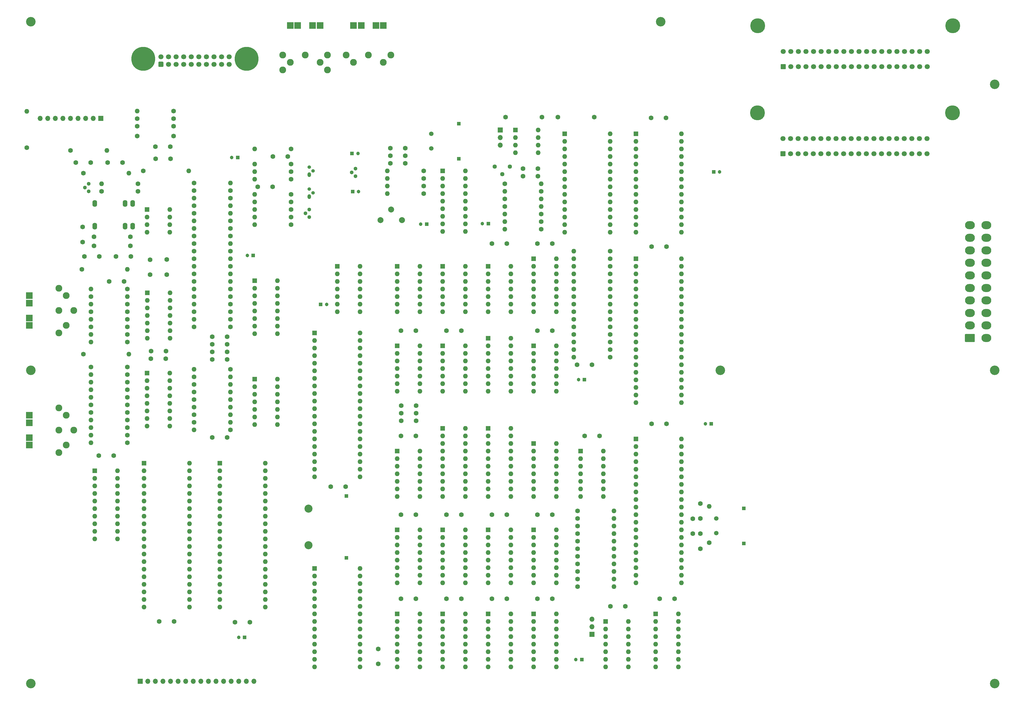
<source format=gbr>
%TF.GenerationSoftware,KiCad,Pcbnew,(5.1.5)-3*%
%TF.CreationDate,2021-01-24T13:48:15-06:00*%
%TF.ProjectId,dragon64,64726167-6f6e-4363-942e-6b696361645f,rev?*%
%TF.SameCoordinates,Original*%
%TF.FileFunction,Soldermask,Bot*%
%TF.FilePolarity,Negative*%
%FSLAX46Y46*%
G04 Gerber Fmt 4.6, Leading zero omitted, Abs format (unit mm)*
G04 Created by KiCad (PCBNEW (5.1.5)-3) date 2021-01-24 13:48:15*
%MOMM*%
%LPD*%
G04 APERTURE LIST*
%ADD10C,3.200000*%
%ADD11C,5.000000*%
%ADD12C,1.700000*%
%ADD13C,0.100000*%
%ADD14O,1.600000X1.600000*%
%ADD15C,1.600000*%
%ADD16O,1.700000X1.700000*%
%ADD17R,1.700000X1.700000*%
%ADD18O,3.300000X2.700000*%
%ADD19C,1.200000*%
%ADD20R,1.200000X1.200000*%
%ADD21C,1.440000*%
%ADD22R,1.600000X1.600000*%
%ADD23C,1.500000*%
%ADD24C,1.300000*%
%ADD25R,2.286000X2.286000*%
%ADD26C,2.286000*%
%ADD27C,2.000000*%
%ADD28C,8.000000*%
%ADD29O,1.600000X2.300000*%
%ADD30C,2.700000*%
%ADD31O,1.200000X1.200000*%
%ADD32O,1.200000X1.600000*%
G04 APERTURE END LIST*
D10*
%TO.C,H8*%
X327000000Y6000000D03*
%TD*%
%TO.C,H7*%
X235000000Y-90000000D03*
%TD*%
%TO.C,H6*%
X327000000Y-195000000D03*
%TD*%
%TO.C,H5*%
X4000000Y27000000D03*
%TD*%
%TO.C,H4*%
X327000000Y-90000000D03*
%TD*%
%TO.C,H3*%
X215000000Y27000000D03*
%TD*%
%TO.C,H2*%
X4000000Y-195000000D03*
%TD*%
%TO.C,H1*%
X4000000Y-90000000D03*
%TD*%
D11*
%TO.C,PL9*%
X312932500Y25616000D03*
X247527500Y25616000D03*
D12*
X304360000Y16980000D03*
X301820000Y16980000D03*
X299280000Y16980000D03*
X296740000Y16980000D03*
X294200000Y16980000D03*
X291660000Y16980000D03*
X289120000Y16980000D03*
X286580000Y16980000D03*
X284040000Y16980000D03*
X281500000Y16980000D03*
X278960000Y16980000D03*
X276420000Y16980000D03*
X273880000Y16980000D03*
X271340000Y16980000D03*
X268800000Y16980000D03*
X266260000Y16980000D03*
X263720000Y16980000D03*
X261180000Y16980000D03*
X258640000Y16980000D03*
X256100000Y16980000D03*
X304360000Y11900000D03*
X301820000Y11900000D03*
X299280000Y11900000D03*
X296740000Y11900000D03*
X294200000Y11900000D03*
X291660000Y11900000D03*
X289120000Y11900000D03*
X286580000Y11900000D03*
X284040000Y11900000D03*
X281500000Y11900000D03*
X278960000Y11900000D03*
X276420000Y11900000D03*
X273880000Y11900000D03*
X271340000Y11900000D03*
X268800000Y11900000D03*
X266260000Y11900000D03*
X263720000Y11900000D03*
X261180000Y11900000D03*
X258640000Y11900000D03*
D13*
G36*
X256724504Y12748796D02*
G01*
X256748773Y12745196D01*
X256772571Y12739235D01*
X256795671Y12730970D01*
X256817849Y12720480D01*
X256838893Y12707867D01*
X256858598Y12693253D01*
X256876777Y12676777D01*
X256893253Y12658598D01*
X256907867Y12638893D01*
X256920480Y12617849D01*
X256930970Y12595671D01*
X256939235Y12572571D01*
X256945196Y12548773D01*
X256948796Y12524504D01*
X256950000Y12500000D01*
X256950000Y11300000D01*
X256948796Y11275496D01*
X256945196Y11251227D01*
X256939235Y11227429D01*
X256930970Y11204329D01*
X256920480Y11182151D01*
X256907867Y11161107D01*
X256893253Y11141402D01*
X256876777Y11123223D01*
X256858598Y11106747D01*
X256838893Y11092133D01*
X256817849Y11079520D01*
X256795671Y11069030D01*
X256772571Y11060765D01*
X256748773Y11054804D01*
X256724504Y11051204D01*
X256700000Y11050000D01*
X255500000Y11050000D01*
X255475496Y11051204D01*
X255451227Y11054804D01*
X255427429Y11060765D01*
X255404329Y11069030D01*
X255382151Y11079520D01*
X255361107Y11092133D01*
X255341402Y11106747D01*
X255323223Y11123223D01*
X255306747Y11141402D01*
X255292133Y11161107D01*
X255279520Y11182151D01*
X255269030Y11204329D01*
X255260765Y11227429D01*
X255254804Y11251227D01*
X255251204Y11275496D01*
X255250000Y11300000D01*
X255250000Y12500000D01*
X255251204Y12524504D01*
X255254804Y12548773D01*
X255260765Y12572571D01*
X255269030Y12595671D01*
X255279520Y12617849D01*
X255292133Y12638893D01*
X255306747Y12658598D01*
X255323223Y12676777D01*
X255341402Y12693253D01*
X255361107Y12707867D01*
X255382151Y12720480D01*
X255404329Y12730970D01*
X255427429Y12739235D01*
X255451227Y12745196D01*
X255475496Y12748796D01*
X255500000Y12750000D01*
X256700000Y12750000D01*
X256724504Y12748796D01*
G37*
%TD*%
D14*
%TO.C,R85*%
X2600000Y-3100000D03*
D15*
X2600000Y-15292000D03*
%TD*%
D16*
%TO.C,PL6*%
X7080000Y-5500000D03*
X9620000Y-5500000D03*
X12160000Y-5500000D03*
X14700000Y-5500000D03*
X17240000Y-5500000D03*
X19780000Y-5500000D03*
X22320000Y-5500000D03*
X24860000Y-5500000D03*
D17*
X27400000Y-5500000D03*
%TD*%
D18*
%TO.C,J1*%
X324140000Y-41320000D03*
X324140000Y-45520000D03*
X324140000Y-49720000D03*
X324140000Y-53920000D03*
X324140000Y-58120000D03*
X324140000Y-62320000D03*
X324140000Y-66520000D03*
X324140000Y-70720000D03*
X324140000Y-74920000D03*
X324140000Y-79120000D03*
X318640000Y-41320000D03*
X318640000Y-45520000D03*
X318640000Y-49720000D03*
X318640000Y-53920000D03*
X318640000Y-58120000D03*
X318640000Y-62320000D03*
X318640000Y-66520000D03*
X318640000Y-70720000D03*
X318640000Y-74920000D03*
D13*
G36*
X320064503Y-77771204D02*
G01*
X320088772Y-77774804D01*
X320112570Y-77780765D01*
X320135670Y-77789030D01*
X320157849Y-77799520D01*
X320178892Y-77812133D01*
X320198598Y-77826748D01*
X320216776Y-77843224D01*
X320233252Y-77861402D01*
X320247867Y-77881108D01*
X320260480Y-77902151D01*
X320270970Y-77924330D01*
X320279235Y-77947430D01*
X320285196Y-77971228D01*
X320288796Y-77995497D01*
X320290000Y-78020001D01*
X320290000Y-80219999D01*
X320288796Y-80244503D01*
X320285196Y-80268772D01*
X320279235Y-80292570D01*
X320270970Y-80315670D01*
X320260480Y-80337849D01*
X320247867Y-80358892D01*
X320233252Y-80378598D01*
X320216776Y-80396776D01*
X320198598Y-80413252D01*
X320178892Y-80427867D01*
X320157849Y-80440480D01*
X320135670Y-80450970D01*
X320112570Y-80459235D01*
X320088772Y-80465196D01*
X320064503Y-80468796D01*
X320039999Y-80470000D01*
X317240001Y-80470000D01*
X317215497Y-80468796D01*
X317191228Y-80465196D01*
X317167430Y-80459235D01*
X317144330Y-80450970D01*
X317122151Y-80440480D01*
X317101108Y-80427867D01*
X317081402Y-80413252D01*
X317063224Y-80396776D01*
X317046748Y-80378598D01*
X317032133Y-80358892D01*
X317019520Y-80337849D01*
X317009030Y-80315670D01*
X317000765Y-80292570D01*
X316994804Y-80268772D01*
X316991204Y-80244503D01*
X316990000Y-80219999D01*
X316990000Y-78020001D01*
X316991204Y-77995497D01*
X316994804Y-77971228D01*
X317000765Y-77947430D01*
X317009030Y-77924330D01*
X317019520Y-77902151D01*
X317032133Y-77881108D01*
X317046748Y-77861402D01*
X317063224Y-77843224D01*
X317081402Y-77826748D01*
X317101108Y-77812133D01*
X317122151Y-77799520D01*
X317144330Y-77789030D01*
X317167430Y-77780765D01*
X317191228Y-77774804D01*
X317215497Y-77771204D01*
X317240001Y-77770000D01*
X320039999Y-77770000D01*
X320064503Y-77771204D01*
G37*
%TD*%
D19*
%TO.C,C33*%
X134600000Y-40900000D03*
D20*
X136600000Y-40900000D03*
%TD*%
D19*
%TO.C,C64*%
X230000000Y-107900000D03*
D20*
X232000000Y-107900000D03*
%TD*%
D19*
%TO.C,C63*%
X234800000Y-23400000D03*
D20*
X232800000Y-23400000D03*
%TD*%
D19*
%TO.C,C58*%
X186600000Y-187000000D03*
D20*
X188600000Y-187000000D03*
%TD*%
D19*
%TO.C,C55*%
X187500000Y-93100000D03*
D20*
X189500000Y-93100000D03*
%TD*%
D19*
%TO.C,C44*%
X155300000Y-40800000D03*
D20*
X157300000Y-40800000D03*
%TD*%
D19*
%TO.C,C26*%
X103100000Y-67900000D03*
D20*
X101100000Y-67900000D03*
%TD*%
D19*
%TO.C,C25*%
X113800000Y-30000000D03*
D20*
X111800000Y-30000000D03*
%TD*%
D19*
%TO.C,C24*%
X113600000Y-17200000D03*
D20*
X111600000Y-17200000D03*
%TD*%
D19*
%TO.C,C23*%
X76500000Y-51400000D03*
D20*
X78500000Y-51400000D03*
%TD*%
D19*
%TO.C,C20*%
X71300000Y-18600000D03*
D20*
X73300000Y-18600000D03*
%TD*%
D19*
%TO.C,C19*%
X73600000Y-179500000D03*
D20*
X75600000Y-179500000D03*
%TD*%
D21*
%TO.C,VR1*%
X164500000Y-21600000D03*
X161960000Y-24140000D03*
X159420000Y-21600000D03*
%TD*%
D14*
%TO.C,IC3*%
X50620000Y-64000000D03*
X43000000Y-79240000D03*
X50620000Y-66540000D03*
X43000000Y-76700000D03*
X50620000Y-69080000D03*
X43000000Y-74160000D03*
X50620000Y-71620000D03*
X43000000Y-71620000D03*
X50620000Y-74160000D03*
X43000000Y-69080000D03*
X50620000Y-76700000D03*
X43000000Y-66540000D03*
X50620000Y-79240000D03*
D22*
X43000000Y-64000000D03*
%TD*%
D14*
%TO.C,IC29*%
X180086000Y-52578000D03*
X172466000Y-70358000D03*
X180086000Y-55118000D03*
X172466000Y-67818000D03*
X180086000Y-57658000D03*
X172466000Y-65278000D03*
X180086000Y-60198000D03*
X172466000Y-62738000D03*
X180086000Y-62738000D03*
X172466000Y-60198000D03*
X180086000Y-65278000D03*
X172466000Y-57658000D03*
X180086000Y-67818000D03*
X172466000Y-55118000D03*
X180086000Y-70358000D03*
D22*
X172466000Y-52578000D03*
%TD*%
D14*
%TO.C,IC9*%
X114300000Y-55118000D03*
X106680000Y-70358000D03*
X114300000Y-57658000D03*
X106680000Y-67818000D03*
X114300000Y-60198000D03*
X106680000Y-65278000D03*
X114300000Y-62738000D03*
X106680000Y-62738000D03*
X114300000Y-65278000D03*
X106680000Y-60198000D03*
X114300000Y-67818000D03*
X106680000Y-57658000D03*
X114300000Y-70358000D03*
D22*
X106680000Y-55118000D03*
%TD*%
D11*
%TO.C,PL7*%
X312832500Y-3584000D03*
X247427500Y-3584000D03*
D12*
X304260000Y-12220000D03*
X301720000Y-12220000D03*
X299180000Y-12220000D03*
X296640000Y-12220000D03*
X294100000Y-12220000D03*
X291560000Y-12220000D03*
X289020000Y-12220000D03*
X286480000Y-12220000D03*
X283940000Y-12220000D03*
X281400000Y-12220000D03*
X278860000Y-12220000D03*
X276320000Y-12220000D03*
X273780000Y-12220000D03*
X271240000Y-12220000D03*
X268700000Y-12220000D03*
X266160000Y-12220000D03*
X263620000Y-12220000D03*
X261080000Y-12220000D03*
X258540000Y-12220000D03*
X256000000Y-12220000D03*
X304260000Y-17300000D03*
X301720000Y-17300000D03*
X299180000Y-17300000D03*
X296640000Y-17300000D03*
X294100000Y-17300000D03*
X291560000Y-17300000D03*
X289020000Y-17300000D03*
X286480000Y-17300000D03*
X283940000Y-17300000D03*
X281400000Y-17300000D03*
X278860000Y-17300000D03*
X276320000Y-17300000D03*
X273780000Y-17300000D03*
X271240000Y-17300000D03*
X268700000Y-17300000D03*
X266160000Y-17300000D03*
X263620000Y-17300000D03*
X261080000Y-17300000D03*
X258540000Y-17300000D03*
D13*
G36*
X256624504Y-16451204D02*
G01*
X256648773Y-16454804D01*
X256672571Y-16460765D01*
X256695671Y-16469030D01*
X256717849Y-16479520D01*
X256738893Y-16492133D01*
X256758598Y-16506747D01*
X256776777Y-16523223D01*
X256793253Y-16541402D01*
X256807867Y-16561107D01*
X256820480Y-16582151D01*
X256830970Y-16604329D01*
X256839235Y-16627429D01*
X256845196Y-16651227D01*
X256848796Y-16675496D01*
X256850000Y-16700000D01*
X256850000Y-17900000D01*
X256848796Y-17924504D01*
X256845196Y-17948773D01*
X256839235Y-17972571D01*
X256830970Y-17995671D01*
X256820480Y-18017849D01*
X256807867Y-18038893D01*
X256793253Y-18058598D01*
X256776777Y-18076777D01*
X256758598Y-18093253D01*
X256738893Y-18107867D01*
X256717849Y-18120480D01*
X256695671Y-18130970D01*
X256672571Y-18139235D01*
X256648773Y-18145196D01*
X256624504Y-18148796D01*
X256600000Y-18150000D01*
X255400000Y-18150000D01*
X255375496Y-18148796D01*
X255351227Y-18145196D01*
X255327429Y-18139235D01*
X255304329Y-18130970D01*
X255282151Y-18120480D01*
X255261107Y-18107867D01*
X255241402Y-18093253D01*
X255223223Y-18076777D01*
X255206747Y-18058598D01*
X255192133Y-18038893D01*
X255179520Y-18017849D01*
X255169030Y-17995671D01*
X255160765Y-17972571D01*
X255154804Y-17948773D01*
X255151204Y-17924504D01*
X255150000Y-17900000D01*
X255150000Y-16700000D01*
X255151204Y-16675496D01*
X255154804Y-16651227D01*
X255160765Y-16627429D01*
X255169030Y-16604329D01*
X255179520Y-16582151D01*
X255192133Y-16561107D01*
X255206747Y-16541402D01*
X255223223Y-16523223D01*
X255241402Y-16506747D01*
X255261107Y-16492133D01*
X255282151Y-16479520D01*
X255304329Y-16469030D01*
X255327429Y-16460765D01*
X255351227Y-16454804D01*
X255375496Y-16451204D01*
X255400000Y-16450000D01*
X256600000Y-16450000D01*
X256624504Y-16451204D01*
G37*
%TD*%
D14*
%TO.C,IC39*%
X221996000Y-113030000D03*
X206756000Y-161290000D03*
X221996000Y-115570000D03*
X206756000Y-158750000D03*
X221996000Y-118110000D03*
X206756000Y-156210000D03*
X221996000Y-120650000D03*
X206756000Y-153670000D03*
X221996000Y-123190000D03*
X206756000Y-151130000D03*
X221996000Y-125730000D03*
X206756000Y-148590000D03*
X221996000Y-128270000D03*
X206756000Y-146050000D03*
X221996000Y-130810000D03*
X206756000Y-143510000D03*
X221996000Y-133350000D03*
X206756000Y-140970000D03*
X221996000Y-135890000D03*
X206756000Y-138430000D03*
X221996000Y-138430000D03*
X206756000Y-135890000D03*
X221996000Y-140970000D03*
X206756000Y-133350000D03*
X221996000Y-143510000D03*
X206756000Y-130810000D03*
X221996000Y-146050000D03*
X206756000Y-128270000D03*
X221996000Y-148590000D03*
X206756000Y-125730000D03*
X221996000Y-151130000D03*
X206756000Y-123190000D03*
X221996000Y-153670000D03*
X206756000Y-120650000D03*
X221996000Y-156210000D03*
X206756000Y-118110000D03*
X221996000Y-158750000D03*
X206756000Y-115570000D03*
X221996000Y-161290000D03*
D22*
X206756000Y-113030000D03*
%TD*%
D14*
%TO.C,R84*%
X231267000Y-135636000D03*
D15*
X231267000Y-147828000D03*
%TD*%
D14*
%TO.C,IC37*%
X221996000Y-10668000D03*
X206756000Y-43688000D03*
X221996000Y-13208000D03*
X206756000Y-41148000D03*
X221996000Y-15748000D03*
X206756000Y-38608000D03*
X221996000Y-18288000D03*
X206756000Y-36068000D03*
X221996000Y-20828000D03*
X206756000Y-33528000D03*
X221996000Y-23368000D03*
X206756000Y-30988000D03*
X221996000Y-25908000D03*
X206756000Y-28448000D03*
X221996000Y-28448000D03*
X206756000Y-25908000D03*
X221996000Y-30988000D03*
X206756000Y-23368000D03*
X221996000Y-33528000D03*
X206756000Y-20828000D03*
X221996000Y-36068000D03*
X206756000Y-18288000D03*
X221996000Y-38608000D03*
X206756000Y-15748000D03*
X221996000Y-41148000D03*
X206756000Y-13208000D03*
X221996000Y-43688000D03*
D22*
X206756000Y-10668000D03*
%TD*%
D14*
%TO.C,IC38*%
X221996000Y-52578000D03*
X206756000Y-100838000D03*
X221996000Y-55118000D03*
X206756000Y-98298000D03*
X221996000Y-57658000D03*
X206756000Y-95758000D03*
X221996000Y-60198000D03*
X206756000Y-93218000D03*
X221996000Y-62738000D03*
X206756000Y-90678000D03*
X221996000Y-65278000D03*
X206756000Y-88138000D03*
X221996000Y-67818000D03*
X206756000Y-85598000D03*
X221996000Y-70358000D03*
X206756000Y-83058000D03*
X221996000Y-72898000D03*
X206756000Y-80518000D03*
X221996000Y-75438000D03*
X206756000Y-77978000D03*
X221996000Y-77978000D03*
X206756000Y-75438000D03*
X221996000Y-80518000D03*
X206756000Y-72898000D03*
X221996000Y-83058000D03*
X206756000Y-70358000D03*
X221996000Y-85598000D03*
X206756000Y-67818000D03*
X221996000Y-88138000D03*
X206756000Y-65278000D03*
X221996000Y-90678000D03*
X206756000Y-62738000D03*
X221996000Y-93218000D03*
X206756000Y-60198000D03*
X221996000Y-95758000D03*
X206756000Y-57658000D03*
X221996000Y-98298000D03*
X206756000Y-55118000D03*
X221996000Y-100838000D03*
D22*
X206756000Y-52578000D03*
%TD*%
D14*
%TO.C,IC34*%
X198120000Y-10668000D03*
X182880000Y-43688000D03*
X198120000Y-13208000D03*
X182880000Y-41148000D03*
X198120000Y-15748000D03*
X182880000Y-38608000D03*
X198120000Y-18288000D03*
X182880000Y-36068000D03*
X198120000Y-20828000D03*
X182880000Y-33528000D03*
X198120000Y-23368000D03*
X182880000Y-30988000D03*
X198120000Y-25908000D03*
X182880000Y-28448000D03*
X198120000Y-28448000D03*
X182880000Y-25908000D03*
X198120000Y-30988000D03*
X182880000Y-23368000D03*
X198120000Y-33528000D03*
X182880000Y-20828000D03*
X198120000Y-36068000D03*
X182880000Y-18288000D03*
X198120000Y-38608000D03*
X182880000Y-15748000D03*
X198120000Y-41148000D03*
X182880000Y-13208000D03*
X198120000Y-43688000D03*
D22*
X182880000Y-10668000D03*
%TD*%
D15*
%TO.C,C59*%
X216836000Y-5334000D03*
X211836000Y-5334000D03*
%TD*%
D23*
%TO.C,XL3*%
X233680000Y-144600000D03*
X233680000Y-139700000D03*
D20*
X242930000Y-148050000D03*
X242930000Y-136250000D03*
%TD*%
D24*
%TO.C,REG1*%
X112776000Y-24892000D03*
X112776000Y-22352000D03*
X111506000Y-23622000D03*
%TD*%
D25*
%TO.C,PL8*%
X98390000Y25710000D03*
X93390000Y25710000D03*
D26*
X103390000Y10810000D03*
X88390000Y10810000D03*
X95890000Y15810000D03*
X88390000Y15810000D03*
X103390000Y15810000D03*
X90890000Y13310000D03*
X100890000Y13310000D03*
D25*
X90890000Y25710000D03*
X100890000Y25710000D03*
%TD*%
D23*
%TO.C,XL2*%
X138176000Y-15568000D03*
X138176000Y-10668000D03*
D20*
X147426000Y-19018000D03*
X147426000Y-7218000D03*
%TD*%
D14*
%TO.C,IC26*%
X164846000Y-143510000D03*
X157226000Y-161290000D03*
X164846000Y-146050000D03*
X157226000Y-158750000D03*
X164846000Y-148590000D03*
X157226000Y-156210000D03*
X164846000Y-151130000D03*
X157226000Y-153670000D03*
X164846000Y-153670000D03*
X157226000Y-151130000D03*
X164846000Y-156210000D03*
X157226000Y-148590000D03*
X164846000Y-158750000D03*
X157226000Y-146050000D03*
X164846000Y-161290000D03*
D22*
X157226000Y-143510000D03*
%TD*%
D15*
%TO.C,C38*%
X128016000Y-112014000D03*
X133016000Y-112014000D03*
%TD*%
D27*
%TO.C,C32*%
X128306100Y-39624000D03*
X124714000Y-36031900D03*
X121121900Y-39624000D03*
%TD*%
D13*
%TO.C,PL2*%
G36*
X48159504Y13542796D02*
G01*
X48183773Y13539196D01*
X48207571Y13533235D01*
X48230671Y13524970D01*
X48252849Y13514480D01*
X48273893Y13501867D01*
X48293598Y13487253D01*
X48311777Y13470777D01*
X48328253Y13452598D01*
X48342867Y13432893D01*
X48355480Y13411849D01*
X48365970Y13389671D01*
X48374235Y13366571D01*
X48380196Y13342773D01*
X48383796Y13318504D01*
X48385000Y13294000D01*
X48385000Y12094000D01*
X48383796Y12069496D01*
X48380196Y12045227D01*
X48374235Y12021429D01*
X48365970Y11998329D01*
X48355480Y11976151D01*
X48342867Y11955107D01*
X48328253Y11935402D01*
X48311777Y11917223D01*
X48293598Y11900747D01*
X48273893Y11886133D01*
X48252849Y11873520D01*
X48230671Y11863030D01*
X48207571Y11854765D01*
X48183773Y11848804D01*
X48159504Y11845204D01*
X48135000Y11844000D01*
X46935000Y11844000D01*
X46910496Y11845204D01*
X46886227Y11848804D01*
X46862429Y11854765D01*
X46839329Y11863030D01*
X46817151Y11873520D01*
X46796107Y11886133D01*
X46776402Y11900747D01*
X46758223Y11917223D01*
X46741747Y11935402D01*
X46727133Y11955107D01*
X46714520Y11976151D01*
X46704030Y11998329D01*
X46695765Y12021429D01*
X46689804Y12045227D01*
X46686204Y12069496D01*
X46685000Y12094000D01*
X46685000Y13294000D01*
X46686204Y13318504D01*
X46689804Y13342773D01*
X46695765Y13366571D01*
X46704030Y13389671D01*
X46714520Y13411849D01*
X46727133Y13432893D01*
X46741747Y13452598D01*
X46758223Y13470777D01*
X46776402Y13487253D01*
X46796107Y13501867D01*
X46817151Y13514480D01*
X46839329Y13524970D01*
X46862429Y13533235D01*
X46886227Y13539196D01*
X46910496Y13542796D01*
X46935000Y13544000D01*
X48135000Y13544000D01*
X48159504Y13542796D01*
G37*
D12*
X50075000Y12694000D03*
X52615000Y12694000D03*
X55155000Y12694000D03*
X57695000Y12694000D03*
X60235000Y12694000D03*
X62775000Y12694000D03*
X65315000Y12694000D03*
X67855000Y12694000D03*
X70395000Y12694000D03*
X47535000Y15234000D03*
X50075000Y15234000D03*
X52615000Y15234000D03*
X55155000Y15234000D03*
X57695000Y15234000D03*
X60235000Y15234000D03*
X62775000Y15234000D03*
X65315000Y15234000D03*
X67855000Y15234000D03*
X70395000Y15234000D03*
D28*
X41630000Y14494000D03*
X76300000Y14494000D03*
%TD*%
D14*
%TO.C,L4*%
X36830000Y-84582000D03*
D15*
X21590000Y-84582000D03*
%TD*%
D14*
%TO.C,L3*%
X56896000Y-23114000D03*
D15*
X41656000Y-23114000D03*
%TD*%
D14*
%TO.C,L2*%
X36322000Y-56134000D03*
D15*
X21082000Y-56134000D03*
%TD*%
D14*
%TO.C,L1*%
X36830000Y-23876000D03*
D15*
X21590000Y-23876000D03*
%TD*%
D24*
%TO.C,TR4*%
X97282000Y-38608000D03*
X97282000Y-36068000D03*
X96012000Y-37338000D03*
%TD*%
D29*
%TO.C,RLA1*%
X38100000Y-41656000D03*
X38100000Y-34036000D03*
X35560000Y-41656000D03*
X25400000Y-41656000D03*
X35560000Y-34036000D03*
X25400000Y-34036000D03*
%TD*%
D15*
%TO.C,C69*%
X49276000Y-83566000D03*
X44276000Y-83566000D03*
%TD*%
%TO.C,C68*%
X50800000Y-19050000D03*
X45800000Y-19050000D03*
%TD*%
D25*
%TO.C,PL4*%
X119590000Y25710000D03*
X114690000Y25710000D03*
D26*
X112090000Y13310000D03*
X109590000Y15810000D03*
X124590000Y15810000D03*
D25*
X112090000Y25710000D03*
D26*
X117090000Y15810000D03*
D25*
X122090000Y25710000D03*
D26*
X122090000Y13310000D03*
%TD*%
D25*
%TO.C,PL3*%
X3446000Y-107558000D03*
X3446000Y-112558000D03*
D26*
X15846000Y-115058000D03*
X13346000Y-117558000D03*
X13346000Y-102558000D03*
X18346000Y-110058000D03*
D25*
X3446000Y-115058000D03*
D26*
X13346000Y-110058000D03*
D25*
X3446000Y-105058000D03*
D26*
X15846000Y-105058000D03*
%TD*%
D25*
%TO.C,PL5*%
X3446000Y-67426000D03*
X3446000Y-72426000D03*
D26*
X15846000Y-74926000D03*
X13346000Y-77426000D03*
X13346000Y-62426000D03*
X18346000Y-69926000D03*
D25*
X3446000Y-74926000D03*
D26*
X13346000Y-69926000D03*
D25*
X3446000Y-64926000D03*
D26*
X15846000Y-64926000D03*
%TD*%
D14*
%TO.C,R83*%
X199390000Y-162560000D03*
D15*
X187198000Y-162560000D03*
%TD*%
D14*
%TO.C,R82*%
X199390000Y-160020000D03*
D15*
X187198000Y-160020000D03*
%TD*%
D14*
%TO.C,R81*%
X199390000Y-157480000D03*
D15*
X187198000Y-157480000D03*
%TD*%
D14*
%TO.C,R80*%
X199390000Y-154940000D03*
D15*
X187198000Y-154940000D03*
%TD*%
D14*
%TO.C,R79*%
X199390000Y-152400000D03*
D15*
X187198000Y-152400000D03*
%TD*%
D14*
%TO.C,R78*%
X199390000Y-149860000D03*
D15*
X187198000Y-149860000D03*
%TD*%
D14*
%TO.C,R77*%
X199390000Y-147320000D03*
D15*
X187198000Y-147320000D03*
%TD*%
D14*
%TO.C,R76*%
X199390000Y-144780000D03*
D15*
X187198000Y-144780000D03*
%TD*%
D14*
%TO.C,R75*%
X199390000Y-142240000D03*
D15*
X187198000Y-142240000D03*
%TD*%
D14*
%TO.C,R74*%
X199390000Y-139700000D03*
D15*
X187198000Y-139700000D03*
%TD*%
D14*
%TO.C,R73*%
X199390000Y-137160000D03*
D15*
X187198000Y-137160000D03*
%TD*%
D14*
%TO.C,R72*%
X185928000Y-85598000D03*
D15*
X198120000Y-85598000D03*
%TD*%
D14*
%TO.C,R71*%
X185928000Y-83058000D03*
D15*
X198120000Y-83058000D03*
%TD*%
D14*
%TO.C,R70*%
X185928000Y-80518000D03*
D15*
X198120000Y-80518000D03*
%TD*%
D14*
%TO.C,R69*%
X198120000Y-72898000D03*
D15*
X185928000Y-72898000D03*
%TD*%
D14*
%TO.C,R68*%
X198120000Y-70358000D03*
D15*
X185928000Y-70358000D03*
%TD*%
D14*
%TO.C,R67*%
X198120000Y-67818000D03*
D15*
X185928000Y-67818000D03*
%TD*%
D14*
%TO.C,R66*%
X198120000Y-65278000D03*
D15*
X185928000Y-65278000D03*
%TD*%
D14*
%TO.C,R65*%
X185928000Y-60198000D03*
D15*
X198120000Y-60198000D03*
%TD*%
D14*
%TO.C,R64*%
X185928000Y-57658000D03*
D15*
X198120000Y-57658000D03*
%TD*%
D14*
%TO.C,R63*%
X185928000Y-55118000D03*
D15*
X198120000Y-55118000D03*
%TD*%
D14*
%TO.C,R62*%
X185928000Y-52578000D03*
D15*
X198120000Y-52578000D03*
%TD*%
%TO.C,R61*%
X198120000Y-50038000D03*
D14*
X185928000Y-50038000D03*
%TD*%
%TO.C,R60*%
X162814000Y-42672000D03*
D15*
X175006000Y-42672000D03*
%TD*%
D14*
%TO.C,R59*%
X162814000Y-40132000D03*
D15*
X175006000Y-40132000D03*
%TD*%
D14*
%TO.C,R58*%
X162814000Y-37592000D03*
D15*
X175006000Y-37592000D03*
%TD*%
D14*
%TO.C,R57*%
X175006000Y-35052000D03*
D15*
X162814000Y-35052000D03*
%TD*%
D14*
%TO.C,R56*%
X175006000Y-32512000D03*
D15*
X162814000Y-32512000D03*
%TD*%
D14*
%TO.C,R55*%
X162814000Y-29972000D03*
D15*
X175006000Y-29972000D03*
%TD*%
D14*
%TO.C,R54*%
X175006000Y-27432000D03*
D15*
X162814000Y-27432000D03*
%TD*%
D14*
%TO.C,R53*%
X123444000Y-30734000D03*
D15*
X135636000Y-30734000D03*
%TD*%
D14*
%TO.C,R52*%
X123444000Y-28194000D03*
D15*
X135636000Y-28194000D03*
%TD*%
D14*
%TO.C,R51*%
X123444000Y-25654000D03*
D15*
X135636000Y-25654000D03*
%TD*%
D14*
%TO.C,R50*%
X123444000Y-23114000D03*
D15*
X135636000Y-23114000D03*
%TD*%
D14*
%TO.C,R49*%
X78994000Y-41148000D03*
D15*
X91186000Y-41148000D03*
%TD*%
D14*
%TO.C,R48*%
X78994000Y-38608000D03*
D15*
X91186000Y-38608000D03*
%TD*%
D14*
%TO.C,R47*%
X78994000Y-36068000D03*
D15*
X91186000Y-36068000D03*
%TD*%
D14*
%TO.C,R46*%
X78994000Y-33528000D03*
D15*
X91186000Y-33528000D03*
%TD*%
D14*
%TO.C,R45*%
X78994000Y-30988000D03*
D15*
X91186000Y-30988000D03*
%TD*%
D14*
%TO.C,R44*%
X78994000Y-25908000D03*
D15*
X91186000Y-25908000D03*
%TD*%
D14*
%TO.C,R43*%
X78994000Y-23368000D03*
D15*
X91186000Y-23368000D03*
%TD*%
D14*
%TO.C,R42*%
X78994000Y-20828000D03*
D15*
X91186000Y-20828000D03*
%TD*%
D14*
%TO.C,R41*%
X78994000Y-15748000D03*
D15*
X91186000Y-15748000D03*
%TD*%
D14*
%TO.C,R40*%
X58674000Y-109982000D03*
D15*
X70866000Y-109982000D03*
%TD*%
D14*
%TO.C,R39*%
X70866000Y-107442000D03*
D15*
X58674000Y-107442000D03*
%TD*%
D14*
%TO.C,R38*%
X70866000Y-104902000D03*
D15*
X58674000Y-104902000D03*
%TD*%
D14*
%TO.C,R37*%
X70866000Y-102362000D03*
D15*
X58674000Y-102362000D03*
%TD*%
D14*
%TO.C,R36*%
X70866000Y-99822000D03*
D15*
X58674000Y-99822000D03*
%TD*%
D14*
%TO.C,R35*%
X70866000Y-97282000D03*
D15*
X58674000Y-97282000D03*
%TD*%
D14*
%TO.C,R34*%
X70866000Y-94742000D03*
D15*
X58674000Y-94742000D03*
%TD*%
D14*
%TO.C,R33*%
X70866000Y-92202000D03*
D15*
X58674000Y-92202000D03*
%TD*%
D14*
%TO.C,R32*%
X58674000Y-89662000D03*
D15*
X70866000Y-89662000D03*
%TD*%
D14*
%TO.C,R31*%
X58674000Y-72898000D03*
D15*
X70866000Y-72898000D03*
%TD*%
D14*
%TO.C,R30*%
X58674000Y-67818000D03*
D15*
X70866000Y-67818000D03*
%TD*%
D14*
%TO.C,R29*%
X58674000Y-62738000D03*
D15*
X70866000Y-62738000D03*
%TD*%
D14*
%TO.C,R28*%
X70866000Y-60198000D03*
D15*
X58674000Y-60198000D03*
%TD*%
D14*
%TO.C,R27*%
X70866000Y-57658000D03*
D15*
X58674000Y-57658000D03*
%TD*%
D14*
%TO.C,R26*%
X58674000Y-55118000D03*
D15*
X70866000Y-55118000D03*
%TD*%
D14*
%TO.C,R25*%
X70866000Y-52578000D03*
D15*
X58674000Y-52578000D03*
%TD*%
D14*
%TO.C,R24*%
X70866000Y-47498000D03*
D15*
X58674000Y-47498000D03*
%TD*%
D14*
%TO.C,R23*%
X58674000Y-42418000D03*
D15*
X70866000Y-42418000D03*
%TD*%
D14*
%TO.C,R22*%
X58674000Y-39878000D03*
D15*
X70866000Y-39878000D03*
%TD*%
D14*
%TO.C,R21*%
X70866000Y-37338000D03*
D15*
X58674000Y-37338000D03*
%TD*%
D14*
%TO.C,R20*%
X70866000Y-34798000D03*
D15*
X58674000Y-34798000D03*
%TD*%
D14*
%TO.C,R19*%
X58674000Y-32258000D03*
D15*
X70866000Y-32258000D03*
%TD*%
D14*
%TO.C,R18*%
X70866000Y-27178000D03*
D15*
X58674000Y-27178000D03*
%TD*%
D14*
%TO.C,R17*%
X39624000Y-3048000D03*
D15*
X51816000Y-3048000D03*
%TD*%
D14*
%TO.C,R16*%
X24130000Y-114300000D03*
D15*
X36322000Y-114300000D03*
%TD*%
D14*
%TO.C,R15*%
X24130000Y-111760000D03*
D15*
X36322000Y-111760000D03*
%TD*%
D14*
%TO.C,R14*%
X24130000Y-109220000D03*
D15*
X36322000Y-109220000D03*
%TD*%
D14*
%TO.C,R13*%
X24130000Y-106680000D03*
D15*
X36322000Y-106680000D03*
%TD*%
D14*
%TO.C,R12*%
X24130000Y-99060000D03*
D15*
X36322000Y-99060000D03*
%TD*%
D14*
%TO.C,R11*%
X24130000Y-96520000D03*
D15*
X36322000Y-96520000D03*
%TD*%
D14*
%TO.C,R10*%
X24130000Y-93980000D03*
D15*
X36322000Y-93980000D03*
%TD*%
D14*
%TO.C,R9*%
X24130000Y-91440000D03*
D15*
X36322000Y-91440000D03*
%TD*%
D14*
%TO.C,R8*%
X24130000Y-80518000D03*
D15*
X36322000Y-80518000D03*
%TD*%
D14*
%TO.C,R7*%
X24130000Y-77978000D03*
D15*
X36322000Y-77978000D03*
%TD*%
D14*
%TO.C,R6*%
X24130000Y-72898000D03*
D15*
X36322000Y-72898000D03*
%TD*%
D14*
%TO.C,R5*%
X24130000Y-67818000D03*
D15*
X36322000Y-67818000D03*
%TD*%
D14*
%TO.C,R4*%
X36322000Y-65278000D03*
D15*
X24130000Y-65278000D03*
%TD*%
D14*
%TO.C,R3*%
X24130000Y-62738000D03*
D15*
X36322000Y-62738000D03*
%TD*%
D14*
%TO.C,R2*%
X27686000Y-27432000D03*
D15*
X39878000Y-27432000D03*
%TD*%
D14*
%TO.C,R1*%
X29464000Y-16256000D03*
D15*
X17272000Y-16256000D03*
%TD*%
%TO.C,D22*%
X163068000Y-5080000D03*
X175260000Y-5080000D03*
%TD*%
%TO.C,D21*%
X180594000Y-5080000D03*
X192786000Y-5080000D03*
%TD*%
%TO.C,D20*%
X185928000Y-77978000D03*
X198120000Y-77978000D03*
%TD*%
%TO.C,D19*%
X185928000Y-75438000D03*
X198120000Y-75438000D03*
%TD*%
%TO.C,D18*%
X185928000Y-62738000D03*
X198120000Y-62738000D03*
%TD*%
%TO.C,D17*%
X58674000Y-75438000D03*
X70866000Y-75438000D03*
%TD*%
%TO.C,D16*%
X58674000Y-70358000D03*
X70866000Y-70358000D03*
%TD*%
%TO.C,D15*%
X58674000Y-65278000D03*
X70866000Y-65278000D03*
%TD*%
%TO.C,D14*%
X58674000Y-50038000D03*
X70866000Y-50038000D03*
%TD*%
%TO.C,D13*%
X58674000Y-44958000D03*
X70866000Y-44958000D03*
%TD*%
%TO.C,D12*%
X58674000Y-29718000D03*
X70866000Y-29718000D03*
%TD*%
%TO.C,D11*%
X39624000Y-11430000D03*
X51816000Y-11430000D03*
%TD*%
%TO.C,D10*%
X39624000Y-8128000D03*
X51816000Y-8128000D03*
%TD*%
%TO.C,D9*%
X39624000Y-5588000D03*
X51816000Y-5588000D03*
%TD*%
%TO.C,D8*%
X24130000Y-104140000D03*
X36322000Y-104140000D03*
%TD*%
%TO.C,D7*%
X24130000Y-101600000D03*
X36322000Y-101600000D03*
%TD*%
%TO.C,D6*%
X24130000Y-88900000D03*
X36322000Y-88900000D03*
%TD*%
%TO.C,D5*%
X24130000Y-75438000D03*
X36322000Y-75438000D03*
%TD*%
%TO.C,D4*%
X24130000Y-70358000D03*
X36322000Y-70358000D03*
%TD*%
%TO.C,D3*%
X25146000Y-48260000D03*
X37338000Y-48260000D03*
%TD*%
%TO.C,D2*%
X25146000Y-45212000D03*
X37338000Y-45212000D03*
%TD*%
%TO.C,D1*%
X27686000Y-29972000D03*
X39878000Y-29972000D03*
%TD*%
%TO.C,C67*%
X225806000Y-139780000D03*
X225806000Y-144780000D03*
%TD*%
%TO.C,C48*%
X168910000Y-22352000D03*
X173910000Y-22352000D03*
%TD*%
%TO.C,C50*%
X173736000Y-47498000D03*
X178736000Y-47498000D03*
%TD*%
%TO.C,C35*%
X133096000Y-101854000D03*
X128096000Y-101854000D03*
%TD*%
%TO.C,C5*%
X32512000Y-51816000D03*
X37512000Y-51816000D03*
%TD*%
%TO.C,C2*%
X29718000Y-20320000D03*
X34718000Y-20320000D03*
%TD*%
%TO.C,C4*%
X21924000Y-51816000D03*
X26924000Y-51816000D03*
%TD*%
%TO.C,C16*%
X64770000Y-86360000D03*
X69770000Y-86360000D03*
%TD*%
%TO.C,C15*%
X64770000Y-83820000D03*
X69770000Y-83820000D03*
%TD*%
%TO.C,C14*%
X64770000Y-81280000D03*
X69770000Y-81280000D03*
%TD*%
%TO.C,C13*%
X64770000Y-78740000D03*
X69770000Y-78740000D03*
%TD*%
%TO.C,C60*%
X211963000Y-48514000D03*
X216963000Y-48514000D03*
%TD*%
%TO.C,C61*%
X211963000Y-107950000D03*
X216963000Y-107950000D03*
%TD*%
%TO.C,C53*%
X173736000Y-166624000D03*
X178736000Y-166624000D03*
%TD*%
%TO.C,C52*%
X173736000Y-138430000D03*
X178736000Y-138430000D03*
%TD*%
%TO.C,C47*%
X158496000Y-166624000D03*
X163496000Y-166624000D03*
%TD*%
%TO.C,C46*%
X158496000Y-138430000D03*
X163496000Y-138430000D03*
%TD*%
%TO.C,C43*%
X143256000Y-166624000D03*
X148256000Y-166624000D03*
%TD*%
%TO.C,C42*%
X143256000Y-138430000D03*
X148256000Y-138430000D03*
%TD*%
%TO.C,C40*%
X128016000Y-166624000D03*
X133016000Y-166624000D03*
%TD*%
%TO.C,C39*%
X128016000Y-138430000D03*
X133016000Y-138430000D03*
%TD*%
%TO.C,C29*%
X124460000Y-15494000D03*
X129460000Y-15494000D03*
%TD*%
%TO.C,C10*%
X49530000Y-52832000D03*
X49530000Y-57832000D03*
%TD*%
%TO.C,C9*%
X43942000Y-57912000D03*
X43942000Y-52912000D03*
%TD*%
%TO.C,C8*%
X45720000Y-14986000D03*
X50720000Y-14986000D03*
%TD*%
%TO.C,C66*%
X228346000Y-144780000D03*
X228346000Y-149780000D03*
%TD*%
%TO.C,C65*%
X228346000Y-139700000D03*
X228346000Y-134700000D03*
%TD*%
%TO.C,C62*%
X219710000Y-166624000D03*
X214710000Y-166624000D03*
%TD*%
%TO.C,C57*%
X203200000Y-169164000D03*
X198200000Y-169164000D03*
%TD*%
%TO.C,C56*%
X194564000Y-112014000D03*
X189564000Y-112014000D03*
%TD*%
%TO.C,C54*%
X192024000Y-88138000D03*
X187024000Y-88138000D03*
%TD*%
%TO.C,C51*%
X173736000Y-76708000D03*
X178736000Y-76708000D03*
%TD*%
%TO.C,C49*%
X168910000Y-24892000D03*
X173910000Y-24892000D03*
%TD*%
%TO.C,C45*%
X158496000Y-47498000D03*
X163496000Y-47498000D03*
%TD*%
%TO.C,C41*%
X143256000Y-76708000D03*
X148256000Y-76708000D03*
%TD*%
%TO.C,C37*%
X133096000Y-106934000D03*
X128096000Y-106934000D03*
%TD*%
%TO.C,C36*%
X133096000Y-104394000D03*
X128096000Y-104394000D03*
%TD*%
%TO.C,C34*%
X128016000Y-76708000D03*
X133016000Y-76708000D03*
%TD*%
%TO.C,C31*%
X124460000Y-20574000D03*
X129460000Y-20574000D03*
%TD*%
%TO.C,C30*%
X124460000Y-18034000D03*
X129460000Y-18034000D03*
%TD*%
%TO.C,C28*%
X120396000Y-188468000D03*
X120396000Y-183468000D03*
%TD*%
%TO.C,C27*%
X109474000Y-129032000D03*
X104474000Y-129032000D03*
%TD*%
%TO.C,C22*%
X80010000Y-28448000D03*
X85010000Y-28448000D03*
%TD*%
%TO.C,C21*%
X85090000Y-18288000D03*
X90090000Y-18288000D03*
%TD*%
%TO.C,C18*%
X72390000Y-174498000D03*
X77390000Y-174498000D03*
%TD*%
%TO.C,C17*%
X64770000Y-112522000D03*
X69770000Y-112522000D03*
%TD*%
%TO.C,C12*%
X46990000Y-174244000D03*
X51990000Y-174244000D03*
%TD*%
%TO.C,C11*%
X44196000Y-86106000D03*
X49196000Y-86106000D03*
%TD*%
%TO.C,C7*%
X31750000Y-118618000D03*
X26750000Y-118618000D03*
%TD*%
%TO.C,C6*%
X30226000Y-60198000D03*
X35226000Y-60198000D03*
%TD*%
%TO.C,C3*%
X21336000Y-41910000D03*
X21336000Y-46910000D03*
%TD*%
%TO.C,C1*%
X19050000Y-20320000D03*
X24050000Y-20320000D03*
%TD*%
D14*
%TO.C,IC2*%
X50546000Y-36068000D03*
X42926000Y-43688000D03*
X50546000Y-38608000D03*
X42926000Y-41148000D03*
X50546000Y-41148000D03*
X42926000Y-38608000D03*
X50546000Y-43688000D03*
D22*
X42926000Y-36068000D03*
%TD*%
D24*
%TO.C,TR1*%
X23368000Y-29972000D03*
X23368000Y-27432000D03*
X22098000Y-28702000D03*
%TD*%
D14*
%TO.C,IC33*%
X180086000Y-171704000D03*
X172466000Y-189484000D03*
X180086000Y-174244000D03*
X172466000Y-186944000D03*
X180086000Y-176784000D03*
X172466000Y-184404000D03*
X180086000Y-179324000D03*
X172466000Y-181864000D03*
X180086000Y-181864000D03*
X172466000Y-179324000D03*
X180086000Y-184404000D03*
X172466000Y-176784000D03*
X180086000Y-186944000D03*
X172466000Y-174244000D03*
X180086000Y-189484000D03*
D22*
X172466000Y-171704000D03*
%TD*%
D14*
%TO.C,IC32*%
X180086000Y-143510000D03*
X172466000Y-161290000D03*
X180086000Y-146050000D03*
X172466000Y-158750000D03*
X180086000Y-148590000D03*
X172466000Y-156210000D03*
X180086000Y-151130000D03*
X172466000Y-153670000D03*
X180086000Y-153670000D03*
X172466000Y-151130000D03*
X180086000Y-156210000D03*
X172466000Y-148590000D03*
X180086000Y-158750000D03*
X172466000Y-146050000D03*
X180086000Y-161290000D03*
D22*
X172466000Y-143510000D03*
%TD*%
D14*
%TO.C,IC27*%
X164846000Y-171704000D03*
X157226000Y-189484000D03*
X164846000Y-174244000D03*
X157226000Y-186944000D03*
X164846000Y-176784000D03*
X157226000Y-184404000D03*
X164846000Y-179324000D03*
X157226000Y-181864000D03*
X164846000Y-181864000D03*
X157226000Y-179324000D03*
X164846000Y-184404000D03*
X157226000Y-176784000D03*
X164846000Y-186944000D03*
X157226000Y-174244000D03*
X164846000Y-189484000D03*
D22*
X157226000Y-171704000D03*
%TD*%
D14*
%TO.C,IC22*%
X149606000Y-171704000D03*
X141986000Y-189484000D03*
X149606000Y-174244000D03*
X141986000Y-186944000D03*
X149606000Y-176784000D03*
X141986000Y-184404000D03*
X149606000Y-179324000D03*
X141986000Y-181864000D03*
X149606000Y-181864000D03*
X141986000Y-179324000D03*
X149606000Y-184404000D03*
X141986000Y-176784000D03*
X149606000Y-186944000D03*
X141986000Y-174244000D03*
X149606000Y-189484000D03*
D22*
X141986000Y-171704000D03*
%TD*%
D14*
%TO.C,IC21*%
X149606000Y-143510000D03*
X141986000Y-161290000D03*
X149606000Y-146050000D03*
X141986000Y-158750000D03*
X149606000Y-148590000D03*
X141986000Y-156210000D03*
X149606000Y-151130000D03*
X141986000Y-153670000D03*
X149606000Y-153670000D03*
X141986000Y-151130000D03*
X149606000Y-156210000D03*
X141986000Y-148590000D03*
X149606000Y-158750000D03*
X141986000Y-146050000D03*
X149606000Y-161290000D03*
D22*
X141986000Y-143510000D03*
%TD*%
D14*
%TO.C,IC16*%
X134366000Y-171704000D03*
X126746000Y-189484000D03*
X134366000Y-174244000D03*
X126746000Y-186944000D03*
X134366000Y-176784000D03*
X126746000Y-184404000D03*
X134366000Y-179324000D03*
X126746000Y-181864000D03*
X134366000Y-181864000D03*
X126746000Y-179324000D03*
X134366000Y-184404000D03*
X126746000Y-176784000D03*
X134366000Y-186944000D03*
X126746000Y-174244000D03*
X134366000Y-189484000D03*
D22*
X126746000Y-171704000D03*
%TD*%
D14*
%TO.C,IC15*%
X134366000Y-143510000D03*
X126746000Y-161290000D03*
X134366000Y-146050000D03*
X126746000Y-158750000D03*
X134366000Y-148590000D03*
X126746000Y-156210000D03*
X134366000Y-151130000D03*
X126746000Y-153670000D03*
X134366000Y-153670000D03*
X126746000Y-151130000D03*
X134366000Y-156210000D03*
X126746000Y-148590000D03*
X134366000Y-158750000D03*
X126746000Y-146050000D03*
X134366000Y-161290000D03*
D22*
X126746000Y-143510000D03*
%TD*%
D14*
%TO.C,IC11*%
X114288000Y-156464000D03*
X99048000Y-189484000D03*
X114288000Y-159004000D03*
X99048000Y-186944000D03*
X114288000Y-161544000D03*
X99048000Y-184404000D03*
X114288000Y-164084000D03*
X99048000Y-181864000D03*
X114288000Y-166624000D03*
X99048000Y-179324000D03*
X114288000Y-169164000D03*
X99048000Y-176784000D03*
X114288000Y-171704000D03*
X99048000Y-174244000D03*
X114288000Y-174244000D03*
X99048000Y-171704000D03*
X114288000Y-176784000D03*
X99048000Y-169164000D03*
X114288000Y-179324000D03*
X99048000Y-166624000D03*
X114288000Y-181864000D03*
X99048000Y-164084000D03*
X114288000Y-184404000D03*
X99048000Y-161544000D03*
X114288000Y-186944000D03*
X99048000Y-159004000D03*
X114288000Y-189484000D03*
D22*
X99048000Y-156464000D03*
%TD*%
D14*
%TO.C,IC6*%
X86614000Y-59944000D03*
X78994000Y-77724000D03*
X86614000Y-62484000D03*
X78994000Y-75184000D03*
X86614000Y-65024000D03*
X78994000Y-72644000D03*
X86614000Y-67564000D03*
X78994000Y-70104000D03*
X86614000Y-70104000D03*
X78994000Y-67564000D03*
X86614000Y-72644000D03*
X78994000Y-65024000D03*
X86614000Y-75184000D03*
X78994000Y-62484000D03*
X86614000Y-77724000D03*
D22*
X78994000Y-59944000D03*
%TD*%
D14*
%TO.C,IC4*%
X50546000Y-90932000D03*
X42926000Y-108712000D03*
X50546000Y-93472000D03*
X42926000Y-106172000D03*
X50546000Y-96012000D03*
X42926000Y-103632000D03*
X50546000Y-98552000D03*
X42926000Y-101092000D03*
X50546000Y-101092000D03*
X42926000Y-98552000D03*
X50546000Y-103632000D03*
X42926000Y-96012000D03*
X50546000Y-106172000D03*
X42926000Y-93472000D03*
X50546000Y-108712000D03*
D22*
X42926000Y-90932000D03*
%TD*%
D30*
%TO.C,XL1*%
X96978000Y-148664000D03*
X96978000Y-136324000D03*
D20*
X109728000Y-152894000D03*
X109728000Y-132094000D03*
%TD*%
D14*
%TO.C,IC24*%
X164846000Y-79248000D03*
X157226000Y-97028000D03*
X164846000Y-81788000D03*
X157226000Y-94488000D03*
X164846000Y-84328000D03*
X157226000Y-91948000D03*
X164846000Y-86868000D03*
X157226000Y-89408000D03*
X164846000Y-89408000D03*
X157226000Y-86868000D03*
X164846000Y-91948000D03*
X157226000Y-84328000D03*
X164846000Y-94488000D03*
X157226000Y-81788000D03*
X164846000Y-97028000D03*
D22*
X157226000Y-79248000D03*
%TD*%
D14*
%TO.C,IC18*%
X149606000Y-55118000D03*
X141986000Y-70358000D03*
X149606000Y-57658000D03*
X141986000Y-67818000D03*
X149606000Y-60198000D03*
X141986000Y-65278000D03*
X149606000Y-62738000D03*
X141986000Y-62738000D03*
X149606000Y-65278000D03*
X141986000Y-60198000D03*
X149606000Y-67818000D03*
X141986000Y-57658000D03*
X149606000Y-70358000D03*
D22*
X141986000Y-55118000D03*
%TD*%
D14*
%TO.C,IC12*%
X134366000Y-55118000D03*
X126746000Y-70358000D03*
X134366000Y-57658000D03*
X126746000Y-67818000D03*
X134366000Y-60198000D03*
X126746000Y-65278000D03*
X134366000Y-62738000D03*
X126746000Y-62738000D03*
X134366000Y-65278000D03*
X126746000Y-60198000D03*
X134366000Y-67818000D03*
X126746000Y-57658000D03*
X134366000Y-70358000D03*
D22*
X126746000Y-55118000D03*
%TD*%
D16*
%TO.C,LK2*%
X161290000Y-14478000D03*
X161290000Y-11938000D03*
D17*
X161290000Y-9398000D03*
%TD*%
D16*
%TO.C,LK1*%
X192024000Y-173482000D03*
X192024000Y-176022000D03*
D17*
X192024000Y-178562000D03*
%TD*%
D14*
%TO.C,IC19*%
X149606000Y-81788000D03*
X141986000Y-97028000D03*
X149606000Y-84328000D03*
X141986000Y-94488000D03*
X149606000Y-86868000D03*
X141986000Y-91948000D03*
X149606000Y-89408000D03*
X141986000Y-89408000D03*
X149606000Y-91948000D03*
X141986000Y-86868000D03*
X149606000Y-94488000D03*
X141986000Y-84328000D03*
X149606000Y-97028000D03*
D22*
X141986000Y-81788000D03*
%TD*%
D14*
%TO.C,IC23*%
X164846000Y-55118000D03*
X157226000Y-70358000D03*
X164846000Y-57658000D03*
X157226000Y-67818000D03*
X164846000Y-60198000D03*
X157226000Y-65278000D03*
X164846000Y-62738000D03*
X157226000Y-62738000D03*
X164846000Y-65278000D03*
X157226000Y-60198000D03*
X164846000Y-67818000D03*
X157226000Y-57658000D03*
X164846000Y-70358000D03*
D22*
X157226000Y-55118000D03*
%TD*%
%TO.C,IC1*%
X25400000Y-123698000D03*
D14*
X33020000Y-146558000D03*
X25400000Y-126238000D03*
X33020000Y-144018000D03*
X25400000Y-128778000D03*
X33020000Y-141478000D03*
X25400000Y-131318000D03*
X33020000Y-138938000D03*
X25400000Y-133858000D03*
X33020000Y-136398000D03*
X25400000Y-136398000D03*
X33020000Y-133858000D03*
X25400000Y-138938000D03*
X33020000Y-131318000D03*
X25400000Y-141478000D03*
X33020000Y-128778000D03*
X25400000Y-144018000D03*
X33020000Y-126238000D03*
X25400000Y-146558000D03*
X33020000Y-123698000D03*
%TD*%
D31*
%TO.C,TR3*%
X97282000Y-29210000D03*
X98552000Y-30480000D03*
D32*
X97282000Y-31750000D03*
%TD*%
D31*
%TO.C,TR2*%
X97282000Y-21844000D03*
X98552000Y-23114000D03*
D32*
X97282000Y-24384000D03*
%TD*%
D14*
%TO.C,IC17*%
X149606000Y-23114000D03*
X141986000Y-43434000D03*
X149606000Y-25654000D03*
X141986000Y-40894000D03*
X149606000Y-28194000D03*
X141986000Y-38354000D03*
X149606000Y-30734000D03*
X141986000Y-35814000D03*
X149606000Y-33274000D03*
X141986000Y-33274000D03*
X149606000Y-35814000D03*
X141986000Y-30734000D03*
X149606000Y-38354000D03*
X141986000Y-28194000D03*
X149606000Y-40894000D03*
X141986000Y-25654000D03*
X149606000Y-43434000D03*
D22*
X141986000Y-23114000D03*
%TD*%
D14*
%TO.C,IC28*%
X173990000Y-9398000D03*
X166370000Y-17018000D03*
X173990000Y-11938000D03*
X166370000Y-14478000D03*
X173990000Y-14478000D03*
X166370000Y-11938000D03*
X173990000Y-17018000D03*
D22*
X166370000Y-9398000D03*
%TD*%
D14*
%TO.C,IC31*%
X180086000Y-114554000D03*
X172466000Y-132334000D03*
X180086000Y-117094000D03*
X172466000Y-129794000D03*
X180086000Y-119634000D03*
X172466000Y-127254000D03*
X180086000Y-122174000D03*
X172466000Y-124714000D03*
X180086000Y-124714000D03*
X172466000Y-122174000D03*
X180086000Y-127254000D03*
X172466000Y-119634000D03*
X180086000Y-129794000D03*
X172466000Y-117094000D03*
X180086000Y-132334000D03*
D22*
X172466000Y-114554000D03*
%TD*%
D14*
%TO.C,IC30*%
X180086000Y-81788000D03*
X172466000Y-97028000D03*
X180086000Y-84328000D03*
X172466000Y-94488000D03*
X180086000Y-86868000D03*
X172466000Y-91948000D03*
X180086000Y-89408000D03*
X172466000Y-89408000D03*
X180086000Y-91948000D03*
X172466000Y-86868000D03*
X180086000Y-94488000D03*
X172466000Y-84328000D03*
X180086000Y-97028000D03*
D22*
X172466000Y-81788000D03*
%TD*%
D14*
%TO.C,IC14*%
X134366000Y-117094000D03*
X126746000Y-132334000D03*
X134366000Y-119634000D03*
X126746000Y-129794000D03*
X134366000Y-122174000D03*
X126746000Y-127254000D03*
X134366000Y-124714000D03*
X126746000Y-124714000D03*
X134366000Y-127254000D03*
X126746000Y-122174000D03*
X134366000Y-129794000D03*
X126746000Y-119634000D03*
X134366000Y-132334000D03*
D22*
X126746000Y-117094000D03*
%TD*%
D14*
%TO.C,IC13*%
X134366000Y-81788000D03*
X126746000Y-97028000D03*
X134366000Y-84328000D03*
X126746000Y-94488000D03*
X134366000Y-86868000D03*
X126746000Y-91948000D03*
X134366000Y-89408000D03*
X126746000Y-89408000D03*
X134366000Y-91948000D03*
X126746000Y-86868000D03*
X134366000Y-94488000D03*
X126746000Y-84328000D03*
X134366000Y-97028000D03*
D22*
X126746000Y-81788000D03*
%TD*%
D14*
%TO.C,IC7*%
X86614000Y-92964000D03*
X78994000Y-108204000D03*
X86614000Y-95504000D03*
X78994000Y-105664000D03*
X86614000Y-98044000D03*
X78994000Y-103124000D03*
X86614000Y-100584000D03*
X78994000Y-100584000D03*
X86614000Y-103124000D03*
X78994000Y-98044000D03*
X86614000Y-105664000D03*
X78994000Y-95504000D03*
X86614000Y-108204000D03*
D22*
X78994000Y-92964000D03*
%TD*%
D17*
%TO.C,PL1*%
X40640000Y-194310000D03*
D16*
X43180000Y-194310000D03*
X45720000Y-194310000D03*
X48260000Y-194310000D03*
X50800000Y-194310000D03*
X53340000Y-194310000D03*
X55880000Y-194310000D03*
X58420000Y-194310000D03*
X60960000Y-194310000D03*
X63500000Y-194310000D03*
X66040000Y-194310000D03*
X68580000Y-194310000D03*
X71120000Y-194310000D03*
X73660000Y-194310000D03*
X76200000Y-194310000D03*
X78740000Y-194310000D03*
%TD*%
D14*
%TO.C,IC8*%
X82550000Y-121158000D03*
X67310000Y-169418000D03*
X82550000Y-123698000D03*
X67310000Y-166878000D03*
X82550000Y-126238000D03*
X67310000Y-164338000D03*
X82550000Y-128778000D03*
X67310000Y-161798000D03*
X82550000Y-131318000D03*
X67310000Y-159258000D03*
X82550000Y-133858000D03*
X67310000Y-156718000D03*
X82550000Y-136398000D03*
X67310000Y-154178000D03*
X82550000Y-138938000D03*
X67310000Y-151638000D03*
X82550000Y-141478000D03*
X67310000Y-149098000D03*
X82550000Y-144018000D03*
X67310000Y-146558000D03*
X82550000Y-146558000D03*
X67310000Y-144018000D03*
X82550000Y-149098000D03*
X67310000Y-141478000D03*
X82550000Y-151638000D03*
X67310000Y-138938000D03*
X82550000Y-154178000D03*
X67310000Y-136398000D03*
X82550000Y-156718000D03*
X67310000Y-133858000D03*
X82550000Y-159258000D03*
X67310000Y-131318000D03*
X82550000Y-161798000D03*
X67310000Y-128778000D03*
X82550000Y-164338000D03*
X67310000Y-126238000D03*
X82550000Y-166878000D03*
X67310000Y-123698000D03*
X82550000Y-169418000D03*
D22*
X67310000Y-121158000D03*
%TD*%
%TO.C,IC5*%
X41910000Y-121158000D03*
D14*
X57150000Y-169418000D03*
X41910000Y-123698000D03*
X57150000Y-166878000D03*
X41910000Y-126238000D03*
X57150000Y-164338000D03*
X41910000Y-128778000D03*
X57150000Y-161798000D03*
X41910000Y-131318000D03*
X57150000Y-159258000D03*
X41910000Y-133858000D03*
X57150000Y-156718000D03*
X41910000Y-136398000D03*
X57150000Y-154178000D03*
X41910000Y-138938000D03*
X57150000Y-151638000D03*
X41910000Y-141478000D03*
X57150000Y-149098000D03*
X41910000Y-144018000D03*
X57150000Y-146558000D03*
X41910000Y-146558000D03*
X57150000Y-144018000D03*
X41910000Y-149098000D03*
X57150000Y-141478000D03*
X41910000Y-151638000D03*
X57150000Y-138938000D03*
X41910000Y-154178000D03*
X57150000Y-136398000D03*
X41910000Y-156718000D03*
X57150000Y-133858000D03*
X41910000Y-159258000D03*
X57150000Y-131318000D03*
X41910000Y-161798000D03*
X57150000Y-128778000D03*
X41910000Y-164338000D03*
X57150000Y-126238000D03*
X41910000Y-166878000D03*
X57150000Y-123698000D03*
X41910000Y-169418000D03*
X57150000Y-121158000D03*
%TD*%
%TO.C,IC25*%
X164846000Y-109474000D03*
X157226000Y-132334000D03*
X164846000Y-112014000D03*
X157226000Y-129794000D03*
X164846000Y-114554000D03*
X157226000Y-127254000D03*
X164846000Y-117094000D03*
X157226000Y-124714000D03*
X164846000Y-119634000D03*
X157226000Y-122174000D03*
X164846000Y-122174000D03*
X157226000Y-119634000D03*
X164846000Y-124714000D03*
X157226000Y-117094000D03*
X164846000Y-127254000D03*
X157226000Y-114554000D03*
X164846000Y-129794000D03*
X157226000Y-112014000D03*
X164846000Y-132334000D03*
D22*
X157226000Y-109474000D03*
%TD*%
D14*
%TO.C,IC20*%
X149606000Y-109474000D03*
X141986000Y-132334000D03*
X149606000Y-112014000D03*
X141986000Y-129794000D03*
X149606000Y-114554000D03*
X141986000Y-127254000D03*
X149606000Y-117094000D03*
X141986000Y-124714000D03*
X149606000Y-119634000D03*
X141986000Y-122174000D03*
X149606000Y-122174000D03*
X141986000Y-119634000D03*
X149606000Y-124714000D03*
X141986000Y-117094000D03*
X149606000Y-127254000D03*
X141986000Y-114554000D03*
X149606000Y-129794000D03*
X141986000Y-112014000D03*
X149606000Y-132334000D03*
D22*
X141986000Y-109474000D03*
%TD*%
D14*
%TO.C,IC40*%
X220980000Y-171704000D03*
X213360000Y-189484000D03*
X220980000Y-174244000D03*
X213360000Y-186944000D03*
X220980000Y-176784000D03*
X213360000Y-184404000D03*
X220980000Y-179324000D03*
X213360000Y-181864000D03*
X220980000Y-181864000D03*
X213360000Y-179324000D03*
X220980000Y-184404000D03*
X213360000Y-176784000D03*
X220980000Y-186944000D03*
X213360000Y-174244000D03*
X220980000Y-189484000D03*
D22*
X213360000Y-171704000D03*
%TD*%
D14*
%TO.C,IC36*%
X204216000Y-174244000D03*
X196596000Y-189484000D03*
X204216000Y-176784000D03*
X196596000Y-186944000D03*
X204216000Y-179324000D03*
X196596000Y-184404000D03*
X204216000Y-181864000D03*
X196596000Y-181864000D03*
X204216000Y-184404000D03*
X196596000Y-179324000D03*
X204216000Y-186944000D03*
X196596000Y-176784000D03*
X204216000Y-189484000D03*
D22*
X196596000Y-174244000D03*
%TD*%
D14*
%TO.C,IC35*%
X195834000Y-117094000D03*
X188214000Y-132334000D03*
X195834000Y-119634000D03*
X188214000Y-129794000D03*
X195834000Y-122174000D03*
X188214000Y-127254000D03*
X195834000Y-124714000D03*
X188214000Y-124714000D03*
X195834000Y-127254000D03*
X188214000Y-122174000D03*
X195834000Y-129794000D03*
X188214000Y-119634000D03*
X195834000Y-132334000D03*
D22*
X188214000Y-117094000D03*
%TD*%
D14*
%TO.C,IC10*%
X114288000Y-77470000D03*
X99048000Y-125730000D03*
X114288000Y-80010000D03*
X99048000Y-123190000D03*
X114288000Y-82550000D03*
X99048000Y-120650000D03*
X114288000Y-85090000D03*
X99048000Y-118110000D03*
X114288000Y-87630000D03*
X99048000Y-115570000D03*
X114288000Y-90170000D03*
X99048000Y-113030000D03*
X114288000Y-92710000D03*
X99048000Y-110490000D03*
X114288000Y-95250000D03*
X99048000Y-107950000D03*
X114288000Y-97790000D03*
X99048000Y-105410000D03*
X114288000Y-100330000D03*
X99048000Y-102870000D03*
X114288000Y-102870000D03*
X99048000Y-100330000D03*
X114288000Y-105410000D03*
X99048000Y-97790000D03*
X114288000Y-107950000D03*
X99048000Y-95250000D03*
X114288000Y-110490000D03*
X99048000Y-92710000D03*
X114288000Y-113030000D03*
X99048000Y-90170000D03*
X114288000Y-115570000D03*
X99048000Y-87630000D03*
X114288000Y-118110000D03*
X99048000Y-85090000D03*
X114288000Y-120650000D03*
X99048000Y-82550000D03*
X114288000Y-123190000D03*
X99048000Y-80010000D03*
X114288000Y-125730000D03*
D22*
X99048000Y-77470000D03*
%TD*%
M02*

</source>
